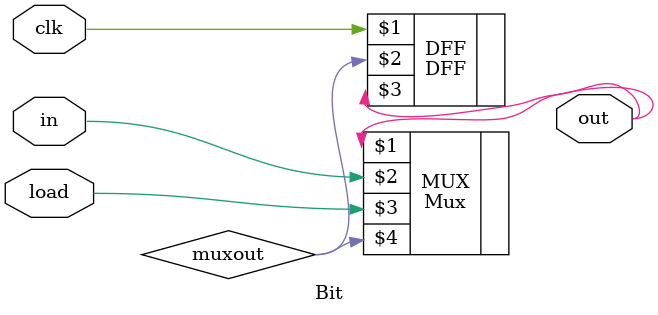
<source format=v>
/**
 * 1-bit register:
 * If load[t] == 1 then out[t+1] = in[t]
 *    else out does not change (out[t+1] = out[t])
 */

`default_nettype none
module Bit(
    input clk,
    input in,
    input load,
    output out
);

    // Put your code here:
    wire muxout;
    // Mux(a=dffout, b=in, sel=load, out=muxout);
    // DFF(in=muxout, out=out, out=dffout);
    Mux MUX(out, in, load, muxout);
    DFF DFF(clk, muxout, out);
endmodule

</source>
